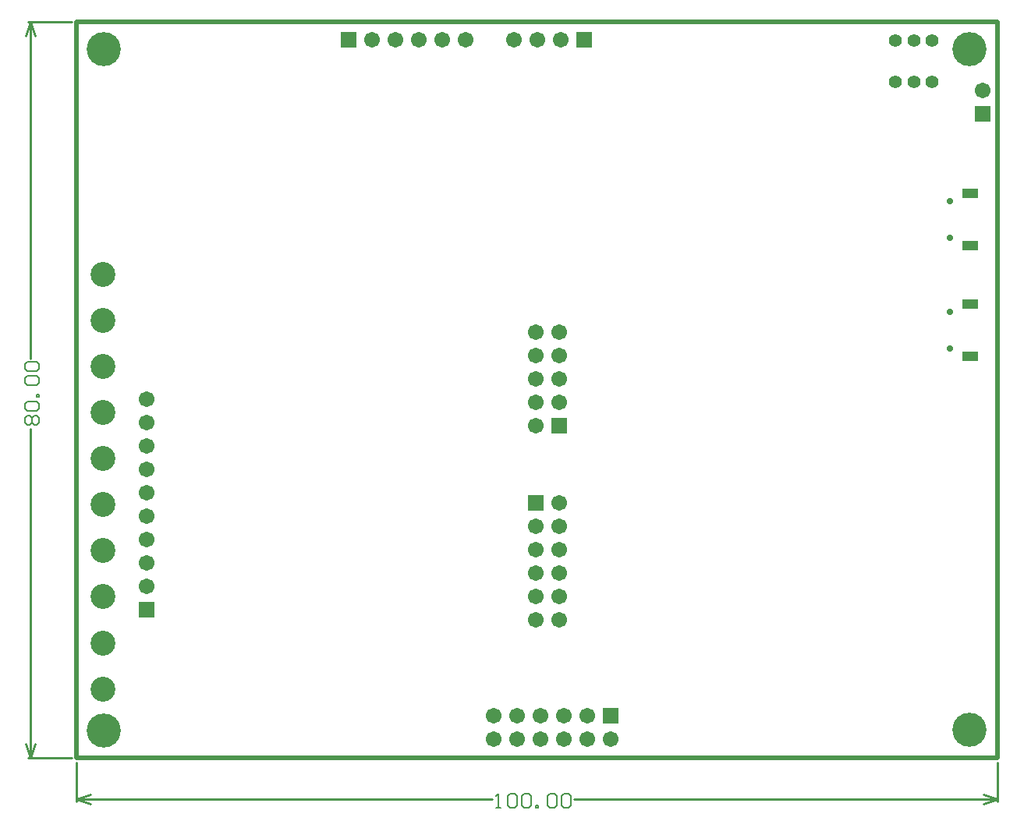
<source format=gbs>
G04*
G04 #@! TF.GenerationSoftware,Altium Limited,Altium Designer,18.1.9 (240)*
G04*
G04 Layer_Color=16711935*
%FSLAX24Y24*%
%MOIN*%
G70*
G01*
G75*
%ADD13C,0.0100*%
%ADD17C,0.0200*%
%ADD18C,0.0060*%
%ADD20C,0.0050*%
%ADD65C,0.0671*%
%ADD73R,0.0671X0.0671*%
%ADD74R,0.0671X0.0671*%
%ADD75C,0.0552*%
%ADD76R,0.0671X0.0395*%
%ADD77C,0.0277*%
%ADD78C,0.1064*%
%ADD79C,0.1458*%
D13*
X-1950Y31496D02*
X-1750Y30896D01*
X-2150D02*
X-1950Y31496D01*
X-2150Y600D02*
X-1950Y-0D01*
X-1750Y600D01*
X-1950Y17098D02*
Y31496D01*
Y-0D02*
Y14078D01*
X-2050Y31496D02*
X-200D01*
X-2050Y-0D02*
X-200D01*
X0Y-1750D02*
X600Y-1550D01*
X0Y-1750D02*
X600Y-1950D01*
X38770D02*
X39370Y-1750D01*
X38770Y-1550D02*
X39370Y-1750D01*
X0D02*
X17766D01*
X21285D02*
X39370D01*
X0Y-1850D02*
Y-200D01*
X39370Y-1850D02*
Y-200D01*
D17*
X0Y31496D02*
X39370D01*
X0Y-0D02*
X39370Y0D01*
X0Y0D02*
Y31496D01*
X39370Y-0D02*
X39370Y31496D01*
D18*
X-2090Y14238D02*
X-2190Y14338D01*
Y14538D01*
X-2090Y14638D01*
X-1990D01*
X-1890Y14538D01*
X-1790Y14638D01*
X-1690D01*
X-1590Y14538D01*
Y14338D01*
X-1690Y14238D01*
X-1790D01*
X-1890Y14338D01*
X-1990Y14238D01*
X-2090D01*
X-1890Y14338D02*
Y14538D01*
X-2090Y14838D02*
X-2190Y14938D01*
Y15138D01*
X-2090Y15238D01*
X-1690D01*
X-1590Y15138D01*
Y14938D01*
X-1690Y14838D01*
X-2090D01*
X-1590Y15438D02*
X-1690D01*
Y15538D01*
X-1590D01*
Y15438D01*
X-2090Y15938D02*
X-2190Y16038D01*
Y16238D01*
X-2090Y16338D01*
X-1690D01*
X-1590Y16238D01*
Y16038D01*
X-1690Y15938D01*
X-2090D01*
Y16538D02*
X-2190Y16638D01*
Y16838D01*
X-2090Y16938D01*
X-1690D01*
X-1590Y16838D01*
Y16638D01*
X-1690Y16538D01*
X-2090D01*
X17926Y-2110D02*
X18125D01*
X18026D01*
Y-1510D01*
X17926Y-1610D01*
X18425D02*
X18525Y-1510D01*
X18725D01*
X18825Y-1610D01*
Y-2010D01*
X18725Y-2110D01*
X18525D01*
X18425Y-2010D01*
Y-1610D01*
X19025D02*
X19125Y-1510D01*
X19325D01*
X19425Y-1610D01*
Y-2010D01*
X19325Y-2110D01*
X19125D01*
X19025Y-2010D01*
Y-1610D01*
X19625Y-2110D02*
Y-2010D01*
X19725D01*
Y-2110D01*
X19625D01*
X20125Y-1610D02*
X20225Y-1510D01*
X20425D01*
X20525Y-1610D01*
Y-2010D01*
X20425Y-2110D01*
X20225D01*
X20125Y-2010D01*
Y-1610D01*
X20725D02*
X20825Y-1510D01*
X21025D01*
X21125Y-1610D01*
Y-2010D01*
X21025Y-2110D01*
X20825D01*
X20725Y-2010D01*
Y-1610D01*
D20*
X38414Y19322D02*
Y19502D01*
X37974Y19322D02*
Y19502D01*
Y19322D02*
X38414D01*
X37974Y19502D02*
X38414D01*
Y17098D02*
Y17278D01*
X37974Y17098D02*
Y17278D01*
Y17098D02*
X38414D01*
X37974Y17278D02*
X38414D01*
Y24064D02*
Y24244D01*
X37974Y24064D02*
Y24244D01*
Y24064D02*
X38414D01*
X37974Y24244D02*
X38414D01*
Y21840D02*
Y22020D01*
X37974Y21840D02*
Y22020D01*
Y21840D02*
X38414D01*
X37974Y22020D02*
X38414D01*
D65*
X16650Y30700D02*
D03*
X15650D02*
D03*
X14650D02*
D03*
X13650D02*
D03*
X12650D02*
D03*
X20700D02*
D03*
X19700D02*
D03*
X18700D02*
D03*
X20650Y10900D02*
D03*
X19650Y9900D02*
D03*
X20650D02*
D03*
X19650Y8900D02*
D03*
X20650D02*
D03*
X19650Y7900D02*
D03*
X20650D02*
D03*
X19650Y6900D02*
D03*
X20650D02*
D03*
X19650Y5900D02*
D03*
X20650D02*
D03*
X19650Y14200D02*
D03*
X20650Y15200D02*
D03*
X19650D02*
D03*
X20650Y16200D02*
D03*
X19650D02*
D03*
X20650Y17200D02*
D03*
X19650D02*
D03*
X20650Y18200D02*
D03*
X19650D02*
D03*
X22850Y800D02*
D03*
X21850Y1800D02*
D03*
Y800D02*
D03*
X20850Y1800D02*
D03*
Y800D02*
D03*
X19850Y1800D02*
D03*
Y800D02*
D03*
X18850Y1800D02*
D03*
Y800D02*
D03*
X17850Y1800D02*
D03*
Y800D02*
D03*
X38750Y28550D02*
D03*
X3000Y7350D02*
D03*
Y9350D02*
D03*
Y10350D02*
D03*
Y11350D02*
D03*
Y12350D02*
D03*
Y13350D02*
D03*
Y14350D02*
D03*
Y15350D02*
D03*
Y8350D02*
D03*
D73*
X11650Y30700D02*
D03*
X21700D02*
D03*
X22850Y1800D02*
D03*
D74*
X19650Y10900D02*
D03*
X20650Y14200D02*
D03*
X38750Y27550D02*
D03*
X3000Y6350D02*
D03*
D75*
X35013Y28900D02*
D03*
X35800D02*
D03*
X36587D02*
D03*
Y30672D02*
D03*
X35800D02*
D03*
X35013D02*
D03*
D76*
X38200Y19412D02*
D03*
Y17188D02*
D03*
Y24154D02*
D03*
Y21930D02*
D03*
D77*
X37354Y17513D02*
D03*
Y19087D02*
D03*
Y22255D02*
D03*
Y23830D02*
D03*
D78*
X1150Y4931D02*
D03*
Y6900D02*
D03*
Y8868D02*
D03*
Y10837D02*
D03*
Y12806D02*
D03*
Y14774D02*
D03*
Y16743D02*
D03*
Y18711D02*
D03*
Y20680D02*
D03*
Y2963D02*
D03*
D79*
X1181Y30319D02*
D03*
X38169D02*
D03*
Y1231D02*
D03*
X1181Y1181D02*
D03*
M02*

</source>
